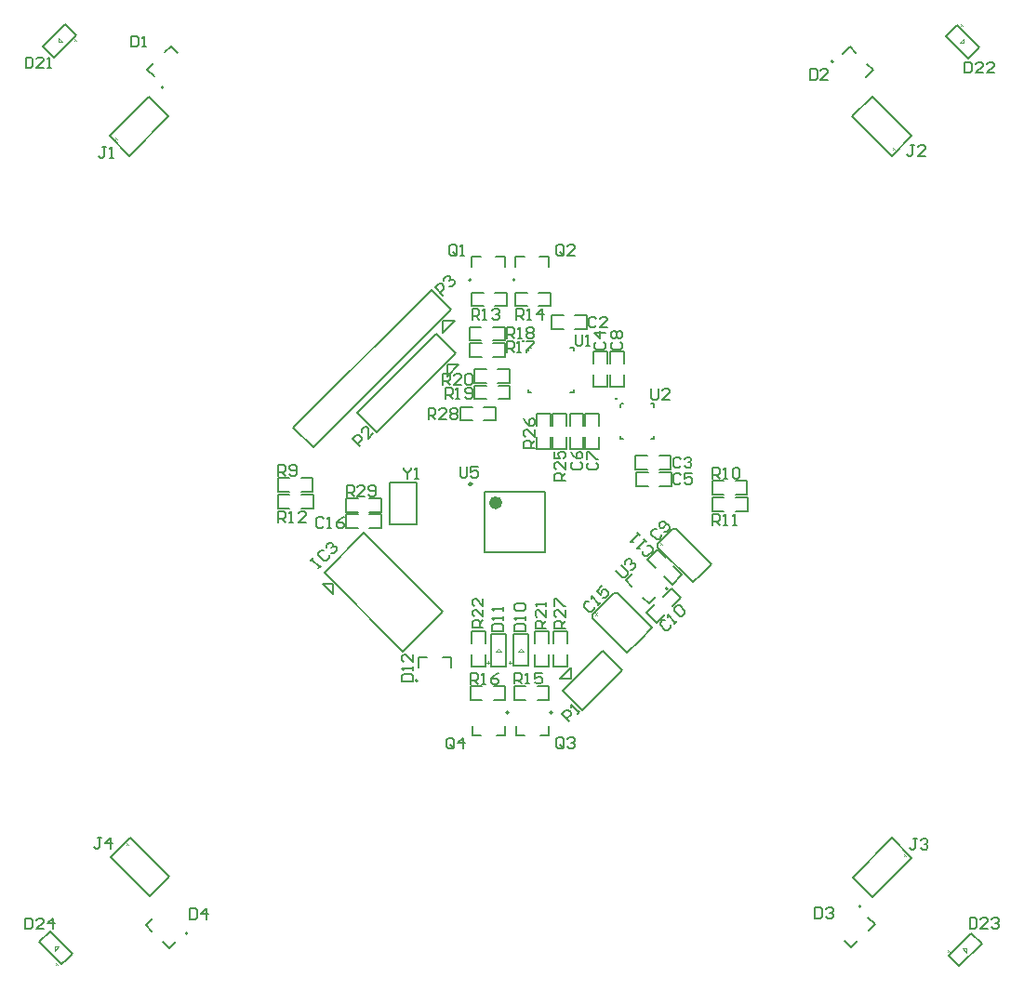
<source format=gto>
G04 Layer_Color=65535*
%FSLAX44Y44*%
%MOMM*%
G71*
G01*
G75*
%ADD32C,0.2540*%
%ADD47C,0.2000*%
%ADD48C,0.2500*%
%ADD49C,0.6000*%
%ADD50C,0.0500*%
%ADD51C,0.1500*%
%ADD52C,0.1000*%
D32*
X491526Y621526D02*
G03*
X491526Y621526I-500J0D01*
G01*
X576257Y568907D02*
G03*
X576257Y568907I-500J0D01*
G01*
D47*
X483942Y677167D02*
G03*
X483942Y677167I-1000J0D01*
G01*
X444122D02*
G03*
X444122Y677167I-1000J0D01*
G01*
X517881Y283202D02*
G03*
X517881Y283202I-1000J0D01*
G01*
X478110D02*
G03*
X478110Y283202I-1000J0D01*
G01*
X164041Y852715D02*
G03*
X164041Y852715I-1000J0D01*
G01*
X773669Y876031D02*
G03*
X773669Y876031I-1000J0D01*
G01*
X186111Y82061D02*
G03*
X186111Y82061I-1000J0D01*
G01*
X798974Y106580D02*
G03*
X798974Y106580I-1000J0D01*
G01*
X623137Y396003D02*
G03*
X623137Y396003I-1000J0D01*
G01*
X395424Y312201D02*
G03*
X395424Y312201I-1000J0D01*
G01*
X150705Y844056D02*
X168666Y826096D01*
X132816Y790246D02*
X168666Y826096D01*
X114855Y808206D02*
X132816Y790246D01*
X114855Y808206D02*
X150705Y844056D01*
X496326Y612916D02*
Y614291D01*
X497701Y615666D02*
X499076D01*
X496326Y614291D02*
X497701Y615666D01*
X537326Y612916D02*
Y615666D01*
X534576D02*
X537326D01*
X496326Y574666D02*
Y577416D01*
Y574666D02*
X499076D01*
X537326D02*
Y577416D01*
X534576Y574666D02*
X537326D01*
X308882Y400432D02*
X318075Y391239D01*
X308882Y400432D02*
X318075Y400431D01*
Y391239D02*
Y400431D01*
X310367Y410684D02*
X382210Y338843D01*
X346288Y446606D02*
X418131Y374764D01*
X310367Y410684D02*
X346288Y446606D01*
X382210Y338843D02*
X418131Y374764D01*
X484692Y689168D02*
Y698167D01*
X492692D01*
X514692Y689168D02*
Y698167D01*
X506692D02*
X514692D01*
X444872Y689167D02*
Y698167D01*
X452872D01*
X474871Y689167D02*
Y698167D01*
X466871D02*
X474871D01*
X370402Y454365D02*
Y492365D01*
X394786Y454365D02*
Y492365D01*
X370402D02*
X394786D01*
X370402Y454365D02*
X394786D01*
X456521Y429292D02*
Y484292D01*
X511521Y429292D02*
Y484292D01*
X456521D02*
X511521D01*
X456521Y429292D02*
X511521Y429292D01*
X74604Y910201D02*
X79553Y905252D01*
X54097Y889696D02*
X74604Y910201D01*
X54097Y889696D02*
X63997Y879796D01*
X84503Y900302D01*
X79553Y905252D02*
X84503Y900302D01*
X515131Y262201D02*
Y271201D01*
X507131Y262201D02*
X515131D01*
X485131D02*
Y271201D01*
Y262201D02*
X493131D01*
X475360Y262202D02*
Y271201D01*
X467360Y262202D02*
X475360D01*
X445360D02*
Y271201D01*
Y262202D02*
X453360D01*
X149430Y868802D02*
X155794Y862438D01*
X149430Y868802D02*
X155086Y874459D01*
X170643Y890015D02*
X177007Y883651D01*
X164986Y884358D02*
X170643Y890015D01*
X782391Y883279D02*
X788755Y889643D01*
X794412Y883986D01*
X803604Y862066D02*
X809969Y868430D01*
X804312Y874087D02*
X809969Y868430D01*
X791083Y826096D02*
X809043Y844056D01*
X844894Y808206D01*
X826933Y790246D02*
X844894Y808206D01*
X791083Y826096D02*
X826933Y790246D01*
X881221Y904491D02*
X886171Y909440D01*
X906677Y888934D01*
X896777Y879035D02*
X906677Y888934D01*
X876271Y899541D02*
X896777Y879035D01*
X876271Y899541D02*
X881221Y904491D01*
X883649Y57052D02*
X888599Y52102D01*
X909105Y72608D01*
X899205Y82507D02*
X909105Y72608D01*
X878699Y62001D02*
X899205Y82507D01*
X878699Y62001D02*
X883649Y57052D01*
X791345Y133032D02*
X809306Y115071D01*
X791345Y133032D02*
X827196Y168882D01*
X845156Y150921D01*
X809306Y115071D02*
X845156Y150921D01*
X71237Y53761D02*
X76187Y58711D01*
X50731Y74267D02*
X71237Y53761D01*
X50731Y74267D02*
X60630Y84166D01*
X81136Y63660D01*
X76187Y58711D02*
X81136Y63660D01*
X151561Y115660D02*
X169521Y133620D01*
X115710Y151510D02*
X151561Y115660D01*
X115710Y151510D02*
X133671Y169471D01*
X169521Y133620D01*
X169024Y68449D02*
X175388Y74813D01*
X163367Y74106D02*
X169024Y68449D01*
X147811Y89662D02*
X154175Y96026D01*
X147811Y89662D02*
X153468Y84005D01*
X805222Y96858D02*
X811586Y90493D01*
X805929Y84837D02*
X811586Y90493D01*
X784008Y75644D02*
X790372Y69280D01*
X796030Y74937D01*
X418428Y629350D02*
X429035Y639957D01*
X418428Y629350D02*
X418428Y639957D01*
X429035D01*
X407999Y668347D02*
X425959Y650387D01*
X300236Y524663D02*
X425959Y650387D01*
X282275Y542624D02*
X407999Y668347D01*
X282275Y542624D02*
X300236Y524663D01*
X524604Y313742D02*
X535211Y324349D01*
X535211Y313742D01*
X524604D02*
X535211D01*
X527609Y303312D02*
X563530Y339233D01*
X527609Y303312D02*
X545570Y285351D01*
X581491Y321273D01*
X563530Y339233D02*
X581491Y321273D01*
X340204Y556549D02*
X358164Y538589D01*
X340204Y556549D02*
X412046Y628391D01*
X358164Y538589D02*
X430006Y610431D01*
X412046Y628391D02*
X430006Y610431D01*
X422476Y600001D02*
X433082Y600001D01*
X422476Y589394D02*
Y600001D01*
Y589394D02*
X433082Y600001D01*
X606050Y382391D02*
X612414Y388755D01*
X600394Y388048D02*
X606050Y382391D01*
X584837Y403605D02*
X591201Y409968D01*
X584837Y403605D02*
X590494Y397948D01*
X462113Y325395D02*
X469113D01*
X462113D02*
Y354395D01*
X476113D01*
Y325395D02*
Y354395D01*
X469113Y325395D02*
X476113D01*
X489340Y325535D02*
X496341D01*
Y354535D01*
X482340D02*
X496341D01*
X482340Y325535D02*
Y354535D01*
Y325535D02*
X489340D01*
X607877Y532207D02*
X610626D01*
Y534957D01*
X579787Y532207D02*
X582537D01*
X579787D02*
Y534957D01*
X607877Y564316D02*
X610626D01*
Y561567D02*
Y564316D01*
X579787Y562942D02*
X581161Y564316D01*
X582537D01*
X579787Y561567D02*
Y562942D01*
X396174Y324201D02*
Y333201D01*
X404175D01*
X426174Y324201D02*
Y333201D01*
X418174D02*
X426174D01*
X557966Y642155D02*
X556300Y643821D01*
X552967D01*
X551301Y642155D01*
Y635490D01*
X552967Y633824D01*
X556300D01*
X557966Y635490D01*
X567963Y633824D02*
X561298D01*
X567963Y640489D01*
Y642155D01*
X566297Y643821D01*
X562964D01*
X561298Y642155D01*
X634770Y514304D02*
X633104Y515970D01*
X629772D01*
X628106Y514304D01*
Y507640D01*
X629772Y505974D01*
X633104D01*
X634770Y507640D01*
X638103Y514304D02*
X639769Y515970D01*
X643101D01*
X644767Y514304D01*
Y512638D01*
X643101Y510972D01*
X641435D01*
X643101D01*
X644767Y509306D01*
Y507640D01*
X643101Y505974D01*
X639769D01*
X638103Y507640D01*
X557955Y620870D02*
X556288Y619204D01*
Y615872D01*
X557955Y614206D01*
X564619D01*
X566285Y615872D01*
Y619204D01*
X564619Y620870D01*
X566285Y629201D02*
X556288D01*
X561287Y624203D01*
Y630867D01*
X635143Y499457D02*
X633477Y501123D01*
X630145D01*
X628479Y499457D01*
Y492792D01*
X630145Y491126D01*
X633477D01*
X635143Y492792D01*
X645140Y501123D02*
X638475D01*
Y496125D01*
X641808Y497791D01*
X643474D01*
X645140Y496125D01*
Y492792D01*
X643474Y491126D01*
X640142D01*
X638475Y492792D01*
X536652Y510990D02*
X534986Y509324D01*
Y505992D01*
X536652Y504326D01*
X543316D01*
X544983Y505992D01*
Y509324D01*
X543316Y510990D01*
X534986Y520987D02*
X536652Y517655D01*
X539984Y514323D01*
X543316D01*
X544983Y515989D01*
Y519321D01*
X543316Y520987D01*
X541650D01*
X539984Y519321D01*
Y514323D01*
X551193Y510842D02*
X549527Y509176D01*
Y505844D01*
X551193Y504178D01*
X557858D01*
X559524Y505844D01*
Y509176D01*
X557858Y510842D01*
X549527Y514174D02*
Y520839D01*
X551193D01*
X557858Y514174D01*
X559524D01*
X573557Y620870D02*
X571890Y619204D01*
Y615872D01*
X573557Y614206D01*
X580221D01*
X581887Y615872D01*
Y619204D01*
X580221Y620870D01*
X573557Y624203D02*
X571890Y625869D01*
Y629201D01*
X573557Y630867D01*
X575223D01*
X576889Y629201D01*
X578555Y630867D01*
X580221D01*
X581887Y629201D01*
Y625869D01*
X580221Y624203D01*
X578555D01*
X576889Y625869D01*
X575223Y624203D01*
X573557D01*
X576889Y625869D02*
Y629201D01*
X612898Y450442D02*
X610541D01*
X608185Y448086D01*
Y445729D01*
X612898Y441017D01*
X615254D01*
X617610Y443373D01*
Y445729D01*
X619966Y448086D02*
X622323D01*
X624679Y450442D01*
Y452798D01*
X619966Y457511D01*
X617610Y457511D01*
X615254Y455154D01*
Y452798D01*
X616432Y451620D01*
X618788Y451620D01*
X622323Y455154D01*
X620869Y367626D02*
X618513D01*
X616157Y365269D01*
Y362913D01*
X620869Y358201D01*
X623226D01*
X625582Y360557D01*
Y362913D01*
X629116Y364091D02*
X631473Y366448D01*
X630294Y365269D01*
X623226Y372338D01*
Y369982D01*
X629116Y375873D02*
Y378229D01*
X631473Y380585D01*
X633829Y380585D01*
X638541Y375873D01*
X638541Y373516D01*
X636185Y371160D01*
X633829D01*
X629116Y375873D01*
X599902Y430256D02*
Y427900D01*
X602258Y425544D01*
X604615D01*
X609327Y430256D01*
Y432612D01*
X606971Y434968D01*
X604615D01*
X603437Y438503D02*
X601080Y440859D01*
X602258Y439681D01*
X595190Y432612D01*
X597546D01*
Y444394D02*
X595190Y446750D01*
X596368Y445572D01*
X589299Y438503D01*
X591655D01*
X551356Y384384D02*
X549000D01*
X546643Y382028D01*
Y379672D01*
X551356Y374959D01*
X553712D01*
X556068Y377315D01*
Y379672D01*
X559603Y380850D02*
X561959Y383206D01*
X560781Y382028D01*
X553712Y389096D01*
Y386740D01*
X563137Y398522D02*
X558425Y393809D01*
X561959Y390275D01*
X563137Y393809D01*
X564315Y394987D01*
X566671D01*
X569028Y392631D01*
X569028Y390275D01*
X566671Y387918D01*
X564315D01*
X134986Y899455D02*
Y889459D01*
X139984D01*
X141650Y891125D01*
Y897789D01*
X139984Y899455D01*
X134986D01*
X144983Y889459D02*
X148315D01*
X146649D01*
Y899455D01*
X144983Y897789D01*
X752412Y869084D02*
Y859087D01*
X757411D01*
X759077Y860753D01*
Y867418D01*
X757411Y869084D01*
X752412D01*
X769074Y859087D02*
X762409D01*
X769074Y865751D01*
Y867418D01*
X767408Y869084D01*
X764075D01*
X762409Y867418D01*
X757215Y105659D02*
Y95662D01*
X762213D01*
X763879Y97328D01*
Y103993D01*
X762213Y105659D01*
X757215D01*
X767212Y103993D02*
X768878Y105659D01*
X772210D01*
X773876Y103993D01*
Y102327D01*
X772210Y100661D01*
X770544D01*
X772210D01*
X773876Y98995D01*
Y97328D01*
X772210Y95662D01*
X768878D01*
X767212Y97328D01*
X188367Y105002D02*
Y95005D01*
X193366D01*
X195032Y96672D01*
Y103336D01*
X193366Y105002D01*
X188367D01*
X203363Y95005D02*
Y105002D01*
X198364Y100004D01*
X205029D01*
X483334Y357645D02*
X493330D01*
Y362644D01*
X491664Y364310D01*
X485000D01*
X483334Y362644D01*
Y357645D01*
X493330Y367642D02*
Y370975D01*
Y369308D01*
X483334D01*
X485000Y367642D01*
Y375973D02*
X483334Y377639D01*
Y380971D01*
X485000Y382637D01*
X491664D01*
X493330Y380971D01*
Y377639D01*
X491664Y375973D01*
X485000D01*
X463401Y357358D02*
X473397D01*
Y362357D01*
X471731Y364023D01*
X465067D01*
X463401Y362357D01*
Y357358D01*
X473397Y367355D02*
Y370687D01*
Y369021D01*
X463401D01*
X465067Y367355D01*
X473397Y375686D02*
Y379018D01*
Y377352D01*
X463401D01*
X465067Y375686D01*
X381174Y311346D02*
X391170D01*
Y316344D01*
X389504Y318010D01*
X382840D01*
X381174Y316344D01*
Y311346D01*
X391170Y321343D02*
Y324675D01*
Y323009D01*
X381174D01*
X382840Y321343D01*
X391170Y336338D02*
Y329673D01*
X384506Y336338D01*
X382840D01*
X381174Y334672D01*
Y331339D01*
X382840Y329673D01*
X38569Y880061D02*
Y870064D01*
X43568D01*
X45234Y871730D01*
Y878395D01*
X43568Y880061D01*
X38569D01*
X55231Y870064D02*
X48566D01*
X55231Y876728D01*
Y878395D01*
X53565Y880061D01*
X50232D01*
X48566Y878395D01*
X58563Y870064D02*
X61895D01*
X60229D01*
Y880061D01*
X58563Y878395D01*
X893529Y875776D02*
Y865779D01*
X898528D01*
X900194Y867445D01*
Y874109D01*
X898528Y875776D01*
X893529D01*
X910191Y865779D02*
X903526D01*
X910191Y872443D01*
Y874109D01*
X908524Y875776D01*
X905192D01*
X903526Y874109D01*
X920187Y865779D02*
X913523D01*
X920187Y872443D01*
Y874109D01*
X918521Y875776D01*
X915189D01*
X913523Y874109D01*
X897991Y96603D02*
Y86607D01*
X902989D01*
X904655Y88273D01*
Y94937D01*
X902989Y96603D01*
X897991D01*
X914652Y86607D02*
X907987D01*
X914652Y93271D01*
Y94937D01*
X912986Y96603D01*
X909653D01*
X907987Y94937D01*
X917984D02*
X919650Y96603D01*
X922982D01*
X924649Y94937D01*
Y93271D01*
X922982Y91605D01*
X921316D01*
X922982D01*
X924649Y89939D01*
Y88273D01*
X922982Y86607D01*
X919650D01*
X917984Y88273D01*
X38482Y95991D02*
Y85994D01*
X43480D01*
X45146Y87660D01*
Y94325D01*
X43480Y95991D01*
X38482D01*
X55143Y85994D02*
X48478D01*
X55143Y92659D01*
Y94325D01*
X53477Y95991D01*
X50145D01*
X48478Y94325D01*
X63474Y85994D02*
Y95991D01*
X58475Y90992D01*
X65140D01*
X298145Y421556D02*
X300501Y423912D01*
X299323Y422734D01*
X306392Y415665D01*
X305214Y414487D01*
X307570Y416843D01*
X309926Y430981D02*
X307570Y430981D01*
X305214Y428625D01*
Y426268D01*
X309926Y421556D01*
X312282D01*
X314639Y423912D01*
X314639Y426268D01*
X312282Y433337D02*
Y435694D01*
X314639Y438050D01*
X316995Y438050D01*
X318173Y436871D01*
Y434515D01*
X316995Y433337D01*
X318173Y434515D01*
X320529Y434515D01*
X321707Y433337D01*
X321707Y430981D01*
X319351Y428625D01*
X316995D01*
X111946Y798516D02*
X108613D01*
X110280D01*
Y790185D01*
X108613Y788519D01*
X106947D01*
X105281Y790185D01*
X115278Y788519D02*
X118610D01*
X116944D01*
Y798516D01*
X115278Y796850D01*
X847598Y800203D02*
X844265D01*
X845931D01*
Y791872D01*
X844265Y790206D01*
X842599D01*
X840933Y791872D01*
X857594Y790206D02*
X850930D01*
X857594Y796871D01*
Y798537D01*
X855928Y800203D01*
X852596D01*
X850930Y798537D01*
X849809Y168467D02*
X846476D01*
X848142D01*
Y160137D01*
X846476Y158471D01*
X844810D01*
X843144Y160137D01*
X853141Y166801D02*
X854807Y168467D01*
X858139D01*
X859805Y166801D01*
Y165135D01*
X858139Y163469D01*
X856473D01*
X858139D01*
X859805Y161803D01*
Y160137D01*
X858139Y158471D01*
X854807D01*
X853141Y160137D01*
X107336Y169507D02*
X104003D01*
X105670D01*
Y161176D01*
X104003Y159510D01*
X102337D01*
X100671Y161176D01*
X115666Y159510D02*
Y169507D01*
X110668Y164509D01*
X117332D01*
X533588Y275084D02*
X526519Y282153D01*
X530053Y285687D01*
X532410D01*
X534766Y283331D01*
Y280975D01*
X531231Y277440D01*
X540657Y282153D02*
X543013Y284509D01*
X541835Y283331D01*
X534766Y290400D01*
Y288044D01*
X343307Y525517D02*
X336238Y532585D01*
X339773Y536120D01*
X342129D01*
X344485Y533764D01*
Y531407D01*
X340951Y527873D01*
X355089Y537298D02*
X350376Y532585D01*
Y542010D01*
X349198Y543189D01*
X346842Y543189D01*
X344485Y540832D01*
Y538476D01*
X418331Y663151D02*
X411262Y670220D01*
X414797Y673754D01*
X417153D01*
X419509Y671398D01*
Y669042D01*
X415975Y665507D01*
X419509Y676110D02*
Y678467D01*
X421865Y680823D01*
X424222Y680823D01*
X425400Y679645D01*
Y677289D01*
X424222Y676110D01*
X425400Y677289D01*
X427756Y677288D01*
X428934Y676110D01*
Y673754D01*
X426578Y671398D01*
X424222D01*
X431218Y701067D02*
Y707732D01*
X429552Y709398D01*
X426220D01*
X424554Y707732D01*
Y701067D01*
X426220Y699401D01*
X429552D01*
X427886Y702734D02*
X431218Y699401D01*
X429552D02*
X431218Y701067D01*
X434550Y699401D02*
X437883D01*
X436217D01*
Y709398D01*
X434550Y707732D01*
X528249Y701067D02*
Y707732D01*
X526582Y709398D01*
X523250D01*
X521584Y707732D01*
Y701067D01*
X523250Y699401D01*
X526582D01*
X524916Y702734D02*
X528249Y699401D01*
X526582D02*
X528249Y701067D01*
X538245Y699401D02*
X531581D01*
X538245Y706066D01*
Y707732D01*
X536579Y709398D01*
X533247D01*
X531581Y707732D01*
X528249Y252301D02*
Y258966D01*
X526582Y260632D01*
X523250D01*
X521584Y258966D01*
Y252301D01*
X523250Y250635D01*
X526582D01*
X524916Y253967D02*
X528249Y250635D01*
X526582D02*
X528249Y252301D01*
X531581Y258966D02*
X533247Y260632D01*
X536579D01*
X538245Y258966D01*
Y257299D01*
X536579Y255633D01*
X534913D01*
X536579D01*
X538245Y253967D01*
Y252301D01*
X536579Y250635D01*
X533247D01*
X531581Y252301D01*
X428645Y251933D02*
Y258598D01*
X426979Y260264D01*
X423647D01*
X421981Y258598D01*
Y251933D01*
X423647Y250267D01*
X426979D01*
X425313Y253600D02*
X428645Y250267D01*
X426979D02*
X428645Y251933D01*
X436976Y250267D02*
Y260264D01*
X431978Y255266D01*
X438642D01*
X268353Y498714D02*
Y508711D01*
X273351D01*
X275018Y507045D01*
Y503713D01*
X273351Y502046D01*
X268353D01*
X271685D02*
X275018Y498714D01*
X278350Y500380D02*
X280016Y498714D01*
X283348D01*
X285014Y500380D01*
Y507045D01*
X283348Y508711D01*
X280016D01*
X278350Y507045D01*
Y505379D01*
X280016Y503713D01*
X285014D01*
X663766Y496247D02*
Y506243D01*
X668765D01*
X670431Y504577D01*
Y501245D01*
X668765Y499579D01*
X663766D01*
X667099D02*
X670431Y496247D01*
X673763D02*
X677095D01*
X675429D01*
Y506243D01*
X673763Y504577D01*
X682094D02*
X683760Y506243D01*
X687092D01*
X688758Y504577D01*
Y497913D01*
X687092Y496247D01*
X683760D01*
X682094Y497913D01*
Y504577D01*
X664148Y454111D02*
Y464108D01*
X669146D01*
X670813Y462442D01*
Y459109D01*
X669146Y457443D01*
X664148D01*
X667480D02*
X670813Y454111D01*
X674145D02*
X677477D01*
X675811D01*
Y464108D01*
X674145Y462442D01*
X682476Y454111D02*
X685808D01*
X684142D01*
Y464108D01*
X682476Y462442D01*
X268583Y456709D02*
Y466706D01*
X273581D01*
X275247Y465040D01*
Y461708D01*
X273581Y460041D01*
X268583D01*
X271915D02*
X275247Y456709D01*
X278580D02*
X281912D01*
X280246D01*
Y466706D01*
X278580Y465040D01*
X293575Y456709D02*
X286910D01*
X293575Y463374D01*
Y465040D01*
X291909Y466706D01*
X288576D01*
X286910Y465040D01*
X445023Y641084D02*
Y651081D01*
X450022D01*
X451688Y649415D01*
Y646083D01*
X450022Y644417D01*
X445023D01*
X448356D02*
X451688Y641084D01*
X455020D02*
X458352D01*
X456686D01*
Y651081D01*
X455020Y649415D01*
X463351D02*
X465017Y651081D01*
X468349D01*
X470015Y649415D01*
Y647749D01*
X468349Y646083D01*
X466683D01*
X468349D01*
X470015Y644417D01*
Y642750D01*
X468349Y641084D01*
X465017D01*
X463351Y642750D01*
X485187Y641239D02*
Y651236D01*
X490185D01*
X491851Y649569D01*
Y646237D01*
X490185Y644571D01*
X485187D01*
X488519D02*
X491851Y641239D01*
X495183D02*
X498516D01*
X496850D01*
Y651236D01*
X495183Y649569D01*
X508512Y641239D02*
Y651236D01*
X503514Y646237D01*
X510178D01*
X483801Y309420D02*
Y319417D01*
X488800D01*
X490466Y317751D01*
Y314419D01*
X488800Y312752D01*
X483801D01*
X487133D02*
X490466Y309420D01*
X493798D02*
X497130D01*
X495464D01*
Y319417D01*
X493798Y317751D01*
X508793Y319417D02*
X502129D01*
Y314419D01*
X505461Y316085D01*
X507127D01*
X508793Y314419D01*
Y311086D01*
X507127Y309420D01*
X503795D01*
X502129Y311086D01*
X443823Y309278D02*
Y319275D01*
X448822D01*
X450488Y317609D01*
Y314277D01*
X448822Y312610D01*
X443823D01*
X447156D02*
X450488Y309278D01*
X453820D02*
X457152D01*
X455486D01*
Y319275D01*
X453820Y317609D01*
X468815Y319275D02*
X465483Y317609D01*
X462151Y314277D01*
Y310944D01*
X463817Y309278D01*
X467149D01*
X468815Y310944D01*
Y312610D01*
X467149Y314277D01*
X462151D01*
X476440Y611061D02*
Y621058D01*
X481438D01*
X483104Y619392D01*
Y616059D01*
X481438Y614393D01*
X476440D01*
X479772D02*
X483104Y611061D01*
X486436D02*
X489769D01*
X488103D01*
Y621058D01*
X486436Y619392D01*
X494767Y621058D02*
X501432D01*
Y619392D01*
X494767Y612727D01*
Y611061D01*
X476545Y624290D02*
Y634287D01*
X481543D01*
X483209Y632621D01*
Y629289D01*
X481543Y627623D01*
X476545D01*
X479877D02*
X483209Y624290D01*
X486541D02*
X489874D01*
X488208D01*
Y634287D01*
X486541Y632621D01*
X494872D02*
X496538Y634287D01*
X499870D01*
X501537Y632621D01*
Y630955D01*
X499870Y629289D01*
X501537Y627623D01*
Y625956D01*
X499870Y624290D01*
X496538D01*
X494872Y625956D01*
Y627623D01*
X496538Y629289D01*
X494872Y630955D01*
Y632621D01*
X496538Y629289D02*
X499870D01*
X420527Y569190D02*
Y579187D01*
X425525D01*
X427191Y577520D01*
Y574188D01*
X425525Y572522D01*
X420527D01*
X423859D02*
X427191Y569190D01*
X430523D02*
X433856D01*
X432189D01*
Y579187D01*
X430523Y577520D01*
X438854Y570856D02*
X440520Y569190D01*
X443852D01*
X445518Y570856D01*
Y577520D01*
X443852Y579187D01*
X440520D01*
X438854Y577520D01*
Y575854D01*
X440520Y574188D01*
X445518D01*
X418563Y581436D02*
Y591433D01*
X423561D01*
X425227Y589767D01*
Y586434D01*
X423561Y584768D01*
X418563D01*
X421895D02*
X425227Y581436D01*
X435224D02*
X428559D01*
X435224Y588100D01*
Y589767D01*
X433558Y591433D01*
X430225D01*
X428559Y589767D01*
X438556D02*
X440222Y591433D01*
X443554D01*
X445221Y589767D01*
Y583102D01*
X443554Y581436D01*
X440222D01*
X438556Y583102D01*
Y589767D01*
X512531Y360051D02*
X502534D01*
Y365049D01*
X504201Y366715D01*
X507533D01*
X509199Y365049D01*
Y360051D01*
Y363383D02*
X512531Y366715D01*
Y376712D02*
Y370048D01*
X505867Y376712D01*
X504201D01*
X502534Y375046D01*
Y371714D01*
X504201Y370048D01*
X512531Y380045D02*
Y383377D01*
Y381711D01*
X502534D01*
X504201Y380045D01*
X455091Y360423D02*
X445095D01*
Y365421D01*
X446761Y367087D01*
X450093D01*
X451759Y365421D01*
Y360423D01*
Y363755D02*
X455091Y367087D01*
Y377084D02*
Y370420D01*
X448427Y377084D01*
X446761D01*
X445095Y375418D01*
Y372086D01*
X446761Y370420D01*
X455091Y387081D02*
Y380416D01*
X448427Y387081D01*
X446761D01*
X445095Y385415D01*
Y382082D01*
X446761Y380416D01*
X529699Y494384D02*
X519703D01*
Y499383D01*
X521369Y501049D01*
X524701D01*
X526367Y499383D01*
Y494384D01*
Y497717D02*
X529699Y501049D01*
Y511046D02*
Y504381D01*
X523035Y511046D01*
X521369D01*
X519703Y509380D01*
Y506047D01*
X521369Y504381D01*
X519703Y521043D02*
Y514378D01*
X524701D01*
X523035Y517710D01*
Y519376D01*
X524701Y521043D01*
X528033D01*
X529699Y519376D01*
Y516044D01*
X528033Y514378D01*
X501718Y524348D02*
X491722D01*
Y529346D01*
X493388Y531012D01*
X496720D01*
X498386Y529346D01*
Y524348D01*
Y527680D02*
X501718Y531012D01*
Y541009D02*
Y534345D01*
X495054Y541009D01*
X493388D01*
X491722Y539343D01*
Y536011D01*
X493388Y534345D01*
X491722Y551006D02*
X493388Y547674D01*
X496720Y544341D01*
X500052D01*
X501718Y546008D01*
Y549340D01*
X500052Y551006D01*
X498386D01*
X496720Y549340D01*
Y544341D01*
X529825Y359940D02*
X519828D01*
Y364939D01*
X521494Y366605D01*
X524827D01*
X526493Y364939D01*
Y359940D01*
Y363272D02*
X529825Y366605D01*
Y376601D02*
Y369937D01*
X523161Y376601D01*
X521494D01*
X519828Y374935D01*
Y371603D01*
X521494Y369937D01*
X519828Y379934D02*
Y386598D01*
X521494D01*
X528159Y379934D01*
X529825D01*
X405207Y550472D02*
Y560469D01*
X410206D01*
X411872Y558803D01*
Y555470D01*
X410206Y553804D01*
X405207D01*
X408539D02*
X411872Y550472D01*
X421869D02*
X415204D01*
X421869Y557136D01*
Y558803D01*
X420202Y560469D01*
X416870D01*
X415204Y558803D01*
X425201D02*
X426867Y560469D01*
X430199D01*
X431865Y558803D01*
Y557136D01*
X430199Y555470D01*
X431865Y553804D01*
Y552138D01*
X430199Y550472D01*
X426867D01*
X425201Y552138D01*
Y553804D01*
X426867Y555470D01*
X425201Y557136D01*
Y558803D01*
X426867Y555470D02*
X430199D01*
X330779Y480377D02*
Y490374D01*
X335778D01*
X337444Y488708D01*
Y485375D01*
X335778Y483709D01*
X330779D01*
X334112D02*
X337444Y480377D01*
X347441D02*
X340776D01*
X347441Y487041D01*
Y488708D01*
X345774Y490374D01*
X342442D01*
X340776Y488708D01*
X350773Y482043D02*
X352439Y480377D01*
X355771D01*
X357437Y482043D01*
Y488708D01*
X355771Y490374D01*
X352439D01*
X350773Y488708D01*
Y487041D01*
X352439Y485375D01*
X357437D01*
X538994Y627233D02*
Y618903D01*
X540660Y617237D01*
X543993D01*
X545659Y618903D01*
Y627233D01*
X548991Y617237D02*
X552323D01*
X550657D01*
Y627233D01*
X548991Y625567D01*
X608154Y578245D02*
Y569914D01*
X609821Y568248D01*
X613153D01*
X614819Y569914D01*
Y578245D01*
X624816Y568248D02*
X618151D01*
X624816Y574912D01*
Y576578D01*
X623150Y578245D01*
X619817D01*
X618151Y576578D01*
X576112Y412305D02*
X582003Y406414D01*
X584359D01*
X586715Y408771D01*
Y411127D01*
X580825Y417018D01*
X584359Y418196D02*
Y420552D01*
X586715Y422908D01*
X589072Y422908D01*
X590250Y421730D01*
Y419374D01*
X589072Y418196D01*
X590250Y419374D01*
X592606Y419374D01*
X593784Y418196D01*
Y415839D01*
X591428Y413483D01*
X589072D01*
X434021Y506789D02*
Y498458D01*
X435687Y496792D01*
X439019D01*
X440685Y498458D01*
Y506789D01*
X450682D02*
X444018D01*
Y501791D01*
X447350Y503457D01*
X449016D01*
X450682Y501791D01*
Y498458D01*
X449016Y496792D01*
X445684D01*
X444018Y498458D01*
X382961Y506149D02*
Y504483D01*
X386293Y501151D01*
X389626Y504483D01*
Y506149D01*
X386293Y501151D02*
Y496152D01*
X392958D02*
X396290D01*
X394624D01*
Y506149D01*
X392958Y504483D01*
X309845Y459407D02*
X308179Y461073D01*
X304847D01*
X303181Y459407D01*
Y452742D01*
X304847Y451076D01*
X308179D01*
X309845Y452742D01*
X313178Y451076D02*
X316510D01*
X314844D01*
Y461073D01*
X313178Y459407D01*
X328173Y461073D02*
X324840Y459407D01*
X321508Y456075D01*
Y452742D01*
X323174Y451076D01*
X326507D01*
X328173Y452742D01*
Y454408D01*
X326507Y456075D01*
X321508D01*
D48*
X444771Y491292D02*
G03*
X444771Y491292I-1250J0D01*
G01*
D49*
X469521Y474292D02*
G03*
X469521Y474292I-3000J0D01*
G01*
D50*
X120088Y805024D02*
X121856Y806792D01*
X120088D02*
X121856Y805024D01*
X83265Y896944D02*
X85033Y895176D01*
X83265Y895176D02*
X85033Y896943D01*
X828347Y797246D02*
X830115Y795478D01*
X828347D02*
X830115Y797246D01*
X889529Y909970D02*
X891297Y908203D01*
X889529Y908203D02*
X891297Y909970D01*
X878169Y67128D02*
X879937Y65360D01*
X878169D02*
X879937Y67128D01*
X838156Y152336D02*
X839924Y154103D01*
X838156D02*
X839924Y152336D01*
X66111Y54998D02*
X67879Y53230D01*
X66111D02*
X67879Y54998D01*
X130489Y164238D02*
X132257Y162470D01*
X130489Y162470D02*
X132257Y164238D01*
X459363Y327395D02*
Y329895D01*
X458113Y328645D02*
X460614D01*
X478340Y328785D02*
X480840D01*
X479590Y327535D02*
Y330035D01*
X616213Y437690D02*
X617980Y435922D01*
X616212Y435923D02*
X617980Y437690D01*
X556995Y371997D02*
X558762Y373765D01*
X556995D02*
X558762Y371997D01*
D51*
X517271Y632296D02*
Y644796D01*
X549271Y632296D02*
Y644796D01*
X538521Y632296D02*
X549271D01*
X538521Y644796D02*
X549271D01*
X517271Y632296D02*
X528021Y632296D01*
X517271Y644796D02*
X528021D01*
X442614Y634504D02*
X453363D01*
X442614Y622004D02*
X453363D01*
X463864Y634504D02*
X474614D01*
X463864Y622004D02*
X474614D01*
Y634504D01*
X442614Y622004D02*
Y634504D01*
X442734Y619314D02*
X453484D01*
X442734Y606814D02*
X453484D01*
X463984Y619314D02*
X474734D01*
X463984Y606814D02*
X474734D01*
Y619314D01*
X442734Y606814D02*
Y619314D01*
X351802Y465674D02*
X362552D01*
X351802Y478173D02*
X362552D01*
X330552Y465674D02*
X341302D01*
X330552Y478173D02*
X341302D01*
X330552Y465674D02*
Y478173D01*
X362552Y465674D02*
Y478173D01*
X444591Y665753D02*
X455341D01*
X444591Y653253D02*
X455341D01*
X465841Y665753D02*
X476591D01*
X465841Y653253D02*
X476591D01*
Y665753D01*
X444591Y653253D02*
Y665753D01*
X484651D02*
X495401D01*
X484651Y653253D02*
X495401D01*
X505902Y665753D02*
X516651D01*
X505902Y653253D02*
X516651D01*
Y665753D01*
X484651Y653253D02*
Y665753D01*
X434476Y561648D02*
X445227D01*
X434476Y549148D02*
X445227Y549148D01*
X455727Y561648D02*
X466476D01*
X455727Y549148D02*
X466476D01*
Y561648D01*
X434476Y549148D02*
Y561648D01*
X464667Y294445D02*
X475417D01*
X464667Y306945D02*
X475417D01*
X443417Y294445D02*
X454167D01*
X443417Y306945D02*
X454167D01*
X443417Y294445D02*
Y306945D01*
X475417Y294445D02*
Y306945D01*
X684777Y481666D02*
X695527D01*
X684777Y494166D02*
X695527D01*
X663527Y481666D02*
X674277D01*
X663528Y494166D02*
X674277D01*
X663527Y481666D02*
X663528Y494166D01*
X695527Y481666D02*
Y494166D01*
X268062Y496592D02*
X278812D01*
X268062Y484093D02*
X278811Y484092D01*
X289312Y496593D02*
X300062Y496592D01*
X289312Y484092D02*
X300062Y484093D01*
X300062Y496592D01*
X268062D02*
X268062Y484093D01*
X684862Y466349D02*
X695612D01*
X684862Y478849D02*
X695613D01*
X663613Y466349D02*
X674363Y466349D01*
X663612Y478849D02*
X674363D01*
X663612D02*
X663613Y466349D01*
X695612D02*
X695613Y478849D01*
X268178Y481418D02*
X278928D01*
X268178Y468919D02*
X278928Y468919D01*
X289428Y481418D02*
X300178Y481419D01*
X289428Y468919D02*
X300178D01*
Y481419D01*
X268178Y468919D02*
Y481418D01*
X504370Y294526D02*
X515119D01*
X504370Y307026D02*
X515119D01*
X483119Y294526D02*
X493870D01*
X483119Y307026D02*
X493870D01*
X483119Y294526D02*
Y307026D01*
X515119Y294526D02*
Y307026D01*
X457163Y346476D02*
Y357226D01*
X444663Y346476D02*
Y357226D01*
X457163Y325226D02*
Y335976D01*
X444663Y325226D02*
Y335976D01*
Y325226D02*
X457163D01*
X444663Y357226D02*
X457163D01*
X514443Y346476D02*
Y357225D01*
X501943Y346476D02*
Y357225D01*
X514443Y325225D02*
Y335975D01*
X501943Y325225D02*
Y335975D01*
Y325225D02*
X514443D01*
X501943Y357225D02*
X514443D01*
X533991Y555388D02*
X546491Y555388D01*
X533991Y523388D02*
X546491D01*
X533991D02*
Y534138D01*
X546491Y523388D02*
X546491Y534138D01*
X533991Y544637D02*
Y555388D01*
X546491Y544637D02*
Y555388D01*
X548225Y555395D02*
X560726D01*
X548225Y523395D02*
X560726D01*
X548225Y534144D02*
X548225Y523395D01*
X560726D02*
Y534144D01*
X548225Y544645D02*
Y555395D01*
X560726Y544645D02*
Y555395D01*
X555476Y580032D02*
X567976D01*
X555476Y612032D02*
X567976D01*
Y601282D02*
Y612032D01*
X555476Y601282D02*
Y612032D01*
X567976Y580032D02*
Y590782D01*
X555476Y580032D02*
Y590782D01*
X570996Y579953D02*
X583497D01*
X570996Y611953D02*
X583497D01*
Y601203D02*
Y611953D01*
X570996Y601203D02*
Y611953D01*
X583497Y579953D02*
Y590703D01*
X570996Y579953D02*
Y590703D01*
X626299Y489276D02*
Y501776D01*
X594300Y489276D02*
Y501776D01*
X605049Y501776D01*
X594300Y489276D02*
X605049D01*
X615549Y501776D02*
X626299D01*
X615549Y489276D02*
X626299D01*
X625966Y504597D02*
Y517097D01*
X593966Y504597D02*
Y517096D01*
X604717Y517097D01*
X593966Y504597D02*
X604717D01*
X615217Y517097D02*
X625966D01*
X615217Y504597D02*
X625966D01*
X627349Y450241D02*
X630885D01*
X662705Y418422D01*
X653335Y409053D02*
X662705Y418422D01*
X646087Y401805D02*
X653335Y409053D01*
X614268Y433625D02*
X646087Y401805D01*
X614268Y433625D02*
Y437160D01*
X627349Y450241D01*
X627265Y399946D02*
X636103Y408784D01*
X604637Y422573D02*
X613476Y431412D01*
X621077Y423810D01*
X604637Y422573D02*
X612238Y414971D01*
X628502Y416385D02*
X636103Y408784D01*
X619663Y407547D02*
X627265Y399946D01*
X626547Y396413D02*
X635385Y387574D01*
X603919Y373786D02*
X612758Y364947D01*
X603919Y373786D02*
X611520Y381387D01*
X612758Y364947D02*
X620359Y372548D01*
X618945Y388812D02*
X626547Y396413D01*
X627784Y379973D02*
X635385Y387574D01*
X597477Y349193D02*
X608967Y360683D01*
X577677Y391973D02*
X608967Y360683D01*
X573788Y391973D02*
X577677D01*
X554696Y372881D02*
X573788Y391973D01*
X554696Y368992D02*
Y372881D01*
Y368992D02*
X585986Y337702D01*
X597477Y349193D01*
X447277Y595593D02*
X458027D01*
X447277Y583093D02*
X458027D01*
X468527Y595593D02*
X479277D01*
X468527Y583093D02*
X479277D01*
Y595593D01*
X447277Y583093D02*
Y595593D01*
X447419Y581130D02*
X458169D01*
X447419Y568629D02*
X458169Y568629D01*
X468669Y581130D02*
X479418Y581130D01*
X468669Y568629D02*
X479418D01*
Y581130D01*
X447419Y568629D02*
Y581130D01*
X531691Y357155D02*
X531691Y346405D01*
X519190D02*
Y357155D01*
X531691Y325155D02*
Y335905D01*
X519190Y325155D02*
Y335905D01*
Y325155D02*
X531691D01*
X519190Y357155D02*
X531691D01*
X530730Y544663D02*
Y555412D01*
X518230Y544663D02*
Y555412D01*
X530730Y523413D02*
Y534163D01*
X518230Y523413D02*
Y534163D01*
Y523413D02*
X530730D01*
X518230Y555412D02*
X530730D01*
X503905Y523428D02*
Y534178D01*
X516405Y523428D02*
Y534178D01*
X503905Y544678D02*
Y555428D01*
X516405Y544678D02*
Y555428D01*
X503905D02*
X516405D01*
X503905Y523428D02*
X516405Y523428D01*
X362407Y451191D02*
Y463690D01*
X330407Y451191D02*
Y463690D01*
X341157D01*
X330407Y451191D02*
X341157D01*
X351657Y463690D02*
X362407D01*
X351657Y451191D02*
X362407D01*
D52*
X68416Y897650D02*
X71952Y894115D01*
X68416Y894115D02*
Y897650D01*
Y894115D02*
X71952Y894115D01*
X892358Y896889D02*
X892358Y893354D01*
X888822D02*
X892358D01*
X888822D02*
X892358Y896889D01*
X891251Y68189D02*
X894786Y64653D01*
Y68189D01*
X891251D02*
X894786D01*
X65050Y66312D02*
Y69848D01*
X68585D01*
X68586D01*
X65050Y66312D02*
X68586Y69848D01*
X466613Y338645D02*
X469113Y341145D01*
X471613Y338645D01*
X466613D02*
X471613D01*
X486841Y338785D02*
X491840D01*
X489340Y341285D02*
X491840Y338785D01*
X486841D02*
X489340Y341285D01*
M02*

</source>
